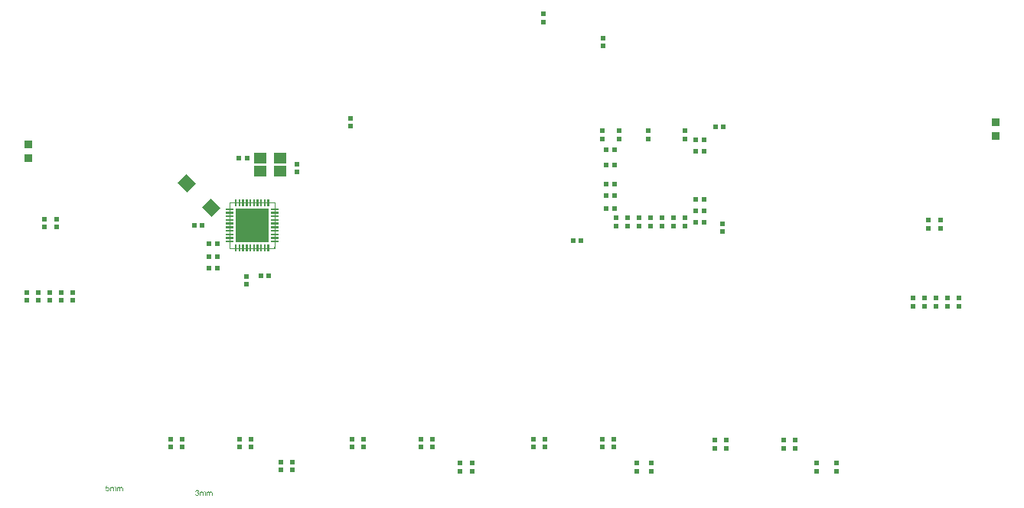
<source format=gbp>
G04*
G04 #@! TF.GenerationSoftware,Altium Limited,Altium Designer,20.0.2 (26)*
G04*
G04 Layer_Color=128*
%FSLAX25Y25*%
%MOIN*%
G70*
G01*
G75*
%ADD20C,0.00200*%
%ADD26R,0.01968X0.02362*%
%ADD27R,0.02362X0.01968*%
%ADD36R,0.05512X0.04724*%
G04:AMPARAMS|DCode=96|XSize=59.06mil|YSize=55.12mil|CornerRadius=0mil|HoleSize=0mil|Usage=FLASHONLY|Rotation=135.000|XOffset=0mil|YOffset=0mil|HoleType=Round|Shape=Rectangle|*
%AMROTATEDRECTD96*
4,1,4,0.04037,-0.00139,0.00139,-0.04037,-0.04037,0.00139,-0.00139,0.04037,0.04037,-0.00139,0.0*
%
%ADD96ROTATEDRECTD96*%

%ADD97R,0.03200X0.03200*%
G36*
X135755Y181843D02*
X135756D01*
Y180268D01*
X135755D01*
Y180265D01*
X134968D01*
Y183415D01*
X135755D01*
Y181843D01*
D02*
G37*
G36*
X131031D02*
X131032D01*
Y180268D01*
X131031D01*
Y180265D01*
X130244D01*
Y183415D01*
X131031D01*
Y181843D01*
D02*
G37*
G36*
X140480D02*
Y180268D01*
Y180265D01*
X139693D01*
X139693Y183415D01*
X140480D01*
Y181843D01*
D02*
G37*
G36*
X138905D02*
X138906D01*
Y180268D01*
X138905D01*
Y180265D01*
X138118D01*
Y183415D01*
X138905D01*
Y181843D01*
D02*
G37*
G36*
X137330D02*
X137331D01*
Y180268D01*
X137330D01*
Y180265D01*
X136543D01*
Y183415D01*
X137330D01*
Y181843D01*
D02*
G37*
G36*
X134180D02*
X134181D01*
Y180268D01*
X134180D01*
Y180265D01*
X133393D01*
Y183415D01*
X134180D01*
Y181843D01*
D02*
G37*
G36*
X132606D02*
X132606D01*
Y180268D01*
X132606D01*
Y180265D01*
X131819D01*
X131819Y183415D01*
X132606D01*
Y181843D01*
D02*
G37*
G36*
X127881D02*
X127882D01*
Y180268D01*
X127881D01*
Y180265D01*
X127094D01*
X127094Y183415D01*
X127881D01*
Y181843D01*
D02*
G37*
G36*
X126306D02*
X126307D01*
Y180268D01*
X126306D01*
Y180265D01*
X125519D01*
Y183415D01*
X126306D01*
Y181843D01*
D02*
G37*
G36*
X129456D02*
X129457D01*
Y180268D01*
X129456D01*
Y180265D01*
X128669Y180265D01*
Y183415D01*
X129456D01*
Y181843D01*
D02*
G37*
G36*
X144415Y178693D02*
X142842D01*
Y178693D01*
X141268D01*
Y178693D01*
X141265D01*
Y179481D01*
X144415Y179481D01*
Y178693D01*
D02*
G37*
G36*
X124735Y179481D02*
Y178693D01*
X124732D01*
Y178693D01*
X123158D01*
Y178693D01*
X121585D01*
Y179481D01*
X124735Y179481D01*
D02*
G37*
G36*
X144415Y177118D02*
X142842D01*
Y177118D01*
X141268D01*
Y177118D01*
X141265D01*
Y177906D01*
X144415D01*
Y177118D01*
D02*
G37*
G36*
X124735D02*
X124732D01*
Y177118D01*
X123158D01*
Y177118D01*
X121585D01*
Y177906D01*
X124735D01*
X124735Y177118D01*
D02*
G37*
G36*
X144415Y175543D02*
X141265D01*
Y176331D01*
X144415D01*
Y175543D01*
D02*
G37*
G36*
X124735D02*
X124732D01*
D01*
X123158D01*
Y175543D01*
X121585D01*
Y176331D01*
X124735D01*
Y175543D01*
D02*
G37*
G36*
X142842Y174756D02*
X144415D01*
Y173968D01*
X141265D01*
Y174756D01*
X141268D01*
Y174756D01*
X142842D01*
Y174756D01*
D02*
G37*
G36*
X124732D02*
X124735D01*
Y173968D01*
X121585D01*
Y174756D01*
X123158D01*
Y174756D01*
X124732D01*
Y174756D01*
D02*
G37*
G36*
X142842Y173181D02*
X144415D01*
Y172393D01*
X141265D01*
Y173181D01*
X141268D01*
Y173181D01*
X142842D01*
Y173181D01*
D02*
G37*
G36*
X124732D02*
X124735D01*
X124735Y172393D01*
X121585D01*
Y173181D01*
X123158D01*
Y173181D01*
X124732D01*
Y173181D01*
D02*
G37*
G36*
X144415Y170819D02*
X142842D01*
Y170819D01*
X141268D01*
Y170819D01*
X141265D01*
Y171607D01*
X144415D01*
Y170819D01*
D02*
G37*
G36*
X124735D02*
X124732D01*
Y170819D01*
X123158D01*
Y170819D01*
X121585D01*
Y171607D01*
X124735D01*
Y170819D01*
D02*
G37*
G36*
X144415Y169244D02*
X142842D01*
Y169244D01*
X141268D01*
Y169244D01*
X141265D01*
Y170032D01*
X144415D01*
Y169244D01*
D02*
G37*
G36*
X124735Y169244D02*
X124732D01*
Y169244D01*
X123158D01*
Y169244D01*
X121585D01*
Y170032D01*
X124735D01*
Y169244D01*
D02*
G37*
G36*
X144415Y167669D02*
X141265D01*
Y168457D01*
X144415D01*
Y167669D01*
D02*
G37*
G36*
X124735D02*
X121585D01*
Y168457D01*
X124735D01*
Y167669D01*
D02*
G37*
G36*
X142842Y166882D02*
X144415D01*
Y166094D01*
X141265D01*
X141265Y166882D01*
X141268D01*
Y166882D01*
X142842D01*
Y166882D01*
D02*
G37*
G36*
X124732D02*
X124735D01*
X124735Y166094D01*
X121585D01*
Y166882D01*
X123158D01*
Y166882D01*
X124732D01*
Y166882D01*
D02*
G37*
G36*
X140284Y164716D02*
X125716D01*
Y179283D01*
X140284D01*
Y164716D01*
D02*
G37*
G36*
X142842Y165307D02*
X144415D01*
Y164519D01*
X141265D01*
X141265Y165307D01*
X141268D01*
Y165307D01*
X142842D01*
Y165307D01*
D02*
G37*
G36*
X124732D02*
X124735D01*
X124735Y164519D01*
X121585D01*
Y165307D01*
X123158D01*
Y165307D01*
X124732D01*
Y165307D01*
D02*
G37*
G36*
X143314Y162353D02*
X143314Y161961D01*
X143176Y161823D01*
X143038Y161685D01*
X142646Y161685D01*
X142370Y161961D01*
X142369Y162353D01*
X142508Y162491D01*
X142646Y162629D01*
X143037Y162629D01*
X143314Y162353D01*
D02*
G37*
G36*
X140481Y160585D02*
X139693D01*
Y162157D01*
X139693D01*
Y163732D01*
X139693D01*
Y163735D01*
X140481D01*
Y160585D01*
D02*
G37*
G36*
X138906Y163732D02*
Y162157D01*
Y160585D01*
X138118D01*
Y162157D01*
X138118D01*
Y163732D01*
X138118D01*
Y163735D01*
X138906D01*
Y163732D01*
D02*
G37*
G36*
X137331D02*
X137331D01*
Y162157D01*
X137331D01*
Y160585D01*
X136543D01*
Y163735D01*
X137331D01*
Y163732D01*
D02*
G37*
G36*
X135755Y163735D02*
Y163732D01*
X135756D01*
Y162157D01*
X135755D01*
Y160585D01*
X134968D01*
Y163735D01*
X135755Y163735D01*
D02*
G37*
G36*
X134181D02*
Y163732D01*
X134181D01*
Y162157D01*
X134181D01*
Y160585D01*
X133393D01*
Y163735D01*
X134181Y163735D01*
D02*
G37*
G36*
X132606Y163732D02*
Y162157D01*
Y160585D01*
X131819D01*
Y162157D01*
D01*
Y163732D01*
X131819D01*
Y163735D01*
X132606D01*
Y163732D01*
D02*
G37*
G36*
X131032Y160585D02*
X130244D01*
Y162157D01*
X130244D01*
Y163732D01*
X130244D01*
Y163735D01*
X131032D01*
Y160585D01*
D02*
G37*
G36*
X129457Y163732D02*
X129457D01*
Y162157D01*
X129457D01*
Y160585D01*
X128669D01*
Y163735D01*
X129457D01*
Y163732D01*
D02*
G37*
G36*
X127882D02*
X127882D01*
Y162157D01*
X127882D01*
Y160585D01*
X127094D01*
Y163735D01*
X127882D01*
Y163732D01*
D02*
G37*
G36*
X126307Y163735D02*
Y163732D01*
X126307D01*
Y162157D01*
X126307D01*
Y160585D01*
X125519D01*
Y163735D01*
X126307Y163735D01*
D02*
G37*
G36*
X76221Y57864D02*
X76247D01*
X76272Y57860D01*
X76334Y57849D01*
X76400Y57831D01*
X76469Y57802D01*
X76538Y57765D01*
X76596Y57714D01*
X76604Y57707D01*
X76618Y57685D01*
X76644Y57653D01*
X76655Y57627D01*
X76669Y57602D01*
X76684Y57569D01*
X76695Y57536D01*
X76709Y57500D01*
X76720Y57456D01*
X76727Y57412D01*
X76735Y57361D01*
X76742Y57310D01*
Y57252D01*
Y56000D01*
X76433D01*
Y57147D01*
Y57150D01*
Y57154D01*
Y57176D01*
Y57209D01*
X76429Y57249D01*
X76425Y57292D01*
X76422Y57336D01*
X76414Y57380D01*
X76403Y57412D01*
Y57416D01*
X76396Y57427D01*
X76389Y57441D01*
X76378Y57460D01*
X76363Y57481D01*
X76345Y57503D01*
X76323Y57525D01*
X76294Y57547D01*
X76291Y57551D01*
X76280Y57554D01*
X76265Y57562D01*
X76240Y57573D01*
X76214Y57583D01*
X76181Y57591D01*
X76149Y57594D01*
X76109Y57598D01*
X76090D01*
X76076Y57594D01*
X76039Y57591D01*
X75996Y57583D01*
X75945Y57565D01*
X75890Y57543D01*
X75836Y57511D01*
X75785Y57467D01*
X75781Y57460D01*
X75766Y57441D01*
X75745Y57412D01*
X75723Y57369D01*
X75697Y57310D01*
X75679Y57241D01*
X75665Y57157D01*
X75657Y57059D01*
Y56000D01*
X75348D01*
Y57183D01*
Y57187D01*
Y57194D01*
Y57201D01*
Y57216D01*
X75344Y57256D01*
X75337Y57300D01*
X75330Y57350D01*
X75315Y57401D01*
X75297Y57449D01*
X75271Y57492D01*
X75268Y57496D01*
X75257Y57511D01*
X75239Y57525D01*
X75213Y57547D01*
X75180Y57565D01*
X75137Y57583D01*
X75086Y57594D01*
X75024Y57598D01*
X75002D01*
X74976Y57594D01*
X74947Y57591D01*
X74911Y57580D01*
X74867Y57569D01*
X74827Y57551D01*
X74784Y57529D01*
X74780Y57525D01*
X74765Y57514D01*
X74747Y57500D01*
X74722Y57478D01*
X74696Y57449D01*
X74671Y57412D01*
X74645Y57372D01*
X74623Y57325D01*
X74620Y57318D01*
X74616Y57300D01*
X74609Y57270D01*
X74598Y57230D01*
X74587Y57176D01*
X74580Y57110D01*
X74576Y57034D01*
X74572Y56946D01*
Y56000D01*
X74263D01*
Y57827D01*
X74540D01*
Y57565D01*
X74543Y57573D01*
X74554Y57587D01*
X74576Y57613D01*
X74602Y57642D01*
X74634Y57678D01*
X74674Y57714D01*
X74718Y57751D01*
X74769Y57784D01*
X74776Y57787D01*
X74795Y57798D01*
X74824Y57809D01*
X74864Y57827D01*
X74911Y57842D01*
X74966Y57853D01*
X75028Y57864D01*
X75093Y57867D01*
X75126D01*
X75166Y57864D01*
X75209Y57856D01*
X75264Y57845D01*
X75319Y57831D01*
X75373Y57809D01*
X75424Y57780D01*
X75432Y57776D01*
X75446Y57765D01*
X75468Y57747D01*
X75497Y57718D01*
X75526Y57685D01*
X75559Y57645D01*
X75588Y57598D01*
X75610Y57543D01*
X75613Y57547D01*
X75621Y57558D01*
X75632Y57573D01*
X75650Y57594D01*
X75672Y57620D01*
X75697Y57645D01*
X75726Y57674D01*
X75763Y57707D01*
X75803Y57736D01*
X75843Y57765D01*
X75890Y57791D01*
X75941Y57816D01*
X75996Y57838D01*
X76054Y57853D01*
X76112Y57864D01*
X76178Y57867D01*
X76203D01*
X76221Y57864D01*
D02*
G37*
G36*
X73288D02*
X73313D01*
X73339Y57860D01*
X73400Y57849D01*
X73466Y57831D01*
X73535Y57802D01*
X73604Y57765D01*
X73663Y57714D01*
X73670Y57707D01*
X73684Y57685D01*
X73710Y57653D01*
X73721Y57627D01*
X73735Y57602D01*
X73750Y57569D01*
X73761Y57536D01*
X73775Y57500D01*
X73786Y57456D01*
X73794Y57412D01*
X73801Y57361D01*
X73808Y57310D01*
Y57252D01*
Y56000D01*
X73499D01*
Y57147D01*
Y57150D01*
Y57154D01*
Y57176D01*
Y57209D01*
X73495Y57249D01*
X73491Y57292D01*
X73488Y57336D01*
X73480Y57380D01*
X73470Y57412D01*
Y57416D01*
X73462Y57427D01*
X73455Y57441D01*
X73444Y57460D01*
X73430Y57481D01*
X73411Y57503D01*
X73390Y57525D01*
X73360Y57547D01*
X73357Y57551D01*
X73346Y57554D01*
X73331Y57562D01*
X73306Y57573D01*
X73280Y57583D01*
X73247Y57591D01*
X73215Y57594D01*
X73175Y57598D01*
X73156D01*
X73142Y57594D01*
X73106Y57591D01*
X73062Y57583D01*
X73011Y57565D01*
X72956Y57543D01*
X72902Y57511D01*
X72851Y57467D01*
X72847Y57460D01*
X72833Y57441D01*
X72811Y57412D01*
X72789Y57369D01*
X72763Y57310D01*
X72745Y57241D01*
X72731Y57157D01*
X72723Y57059D01*
Y56000D01*
X72414D01*
Y57183D01*
Y57187D01*
Y57194D01*
Y57201D01*
Y57216D01*
X72410Y57256D01*
X72403Y57300D01*
X72396Y57350D01*
X72381Y57401D01*
X72363Y57449D01*
X72338Y57492D01*
X72334Y57496D01*
X72323Y57511D01*
X72305Y57525D01*
X72279Y57547D01*
X72246Y57565D01*
X72203Y57583D01*
X72152Y57594D01*
X72090Y57598D01*
X72068D01*
X72043Y57594D01*
X72014Y57591D01*
X71977Y57580D01*
X71934Y57569D01*
X71893Y57551D01*
X71850Y57529D01*
X71846Y57525D01*
X71832Y57514D01*
X71813Y57500D01*
X71788Y57478D01*
X71762Y57449D01*
X71737Y57412D01*
X71711Y57372D01*
X71690Y57325D01*
X71686Y57318D01*
X71682Y57300D01*
X71675Y57270D01*
X71664Y57230D01*
X71653Y57176D01*
X71646Y57110D01*
X71642Y57034D01*
X71639Y56946D01*
Y56000D01*
X71329D01*
Y57827D01*
X71606D01*
Y57565D01*
X71609Y57573D01*
X71620Y57587D01*
X71642Y57613D01*
X71668Y57642D01*
X71701Y57678D01*
X71741Y57714D01*
X71784Y57751D01*
X71835Y57784D01*
X71842Y57787D01*
X71861Y57798D01*
X71890Y57809D01*
X71930Y57827D01*
X71977Y57842D01*
X72032Y57853D01*
X72094Y57864D01*
X72159Y57867D01*
X72192D01*
X72232Y57864D01*
X72276Y57856D01*
X72330Y57845D01*
X72385Y57831D01*
X72439Y57809D01*
X72490Y57780D01*
X72498Y57776D01*
X72512Y57765D01*
X72534Y57747D01*
X72563Y57718D01*
X72592Y57685D01*
X72625Y57645D01*
X72654Y57598D01*
X72676Y57543D01*
X72680Y57547D01*
X72687Y57558D01*
X72698Y57573D01*
X72716Y57594D01*
X72738Y57620D01*
X72763Y57645D01*
X72793Y57674D01*
X72829Y57707D01*
X72869Y57736D01*
X72909Y57765D01*
X72956Y57791D01*
X73007Y57816D01*
X73062Y57838D01*
X73120Y57853D01*
X73178Y57864D01*
X73244Y57867D01*
X73269D01*
X73288Y57864D01*
D02*
G37*
G36*
X70838Y58191D02*
X69830D01*
X69695Y57511D01*
X69699Y57514D01*
X69706Y57518D01*
X69717Y57525D01*
X69735Y57536D01*
X69757Y57547D01*
X69782Y57562D01*
X69841Y57591D01*
X69913Y57620D01*
X69993Y57645D01*
X70081Y57664D01*
X70124Y57671D01*
X70205D01*
X70226Y57667D01*
X70255Y57664D01*
X70288Y57660D01*
X70325Y57653D01*
X70365Y57642D01*
X70452Y57616D01*
X70499Y57598D01*
X70547Y57573D01*
X70594Y57547D01*
X70641Y57518D01*
X70685Y57481D01*
X70729Y57441D01*
X70732Y57438D01*
X70740Y57430D01*
X70750Y57420D01*
X70765Y57401D01*
X70783Y57376D01*
X70801Y57350D01*
X70823Y57318D01*
X70845Y57281D01*
X70863Y57241D01*
X70885Y57198D01*
X70903Y57147D01*
X70922Y57096D01*
X70936Y57041D01*
X70947Y56979D01*
X70954Y56917D01*
X70958Y56852D01*
Y56848D01*
Y56837D01*
Y56819D01*
X70954Y56793D01*
X70951Y56764D01*
X70947Y56732D01*
X70940Y56692D01*
X70933Y56652D01*
X70911Y56557D01*
X70874Y56459D01*
X70852Y56408D01*
X70823Y56360D01*
X70794Y56309D01*
X70758Y56262D01*
X70754Y56258D01*
X70747Y56248D01*
X70732Y56233D01*
X70714Y56215D01*
X70689Y56193D01*
X70660Y56164D01*
X70623Y56138D01*
X70583Y56109D01*
X70539Y56080D01*
X70488Y56055D01*
X70434Y56029D01*
X70376Y56004D01*
X70314Y55985D01*
X70244Y55971D01*
X70172Y55960D01*
X70095Y55956D01*
X70063D01*
X70037Y55960D01*
X70008Y55964D01*
X69975Y55967D01*
X69935Y55971D01*
X69895Y55982D01*
X69804Y56004D01*
X69713Y56036D01*
X69666Y56058D01*
X69618Y56084D01*
X69575Y56113D01*
X69531Y56146D01*
X69527Y56149D01*
X69520Y56153D01*
X69513Y56167D01*
X69498Y56182D01*
X69480Y56200D01*
X69462Y56222D01*
X69440Y56251D01*
X69422Y56284D01*
X69400Y56317D01*
X69378Y56357D01*
X69338Y56444D01*
X69305Y56546D01*
X69295Y56601D01*
X69287Y56659D01*
X69611Y56684D01*
Y56681D01*
Y56673D01*
X69615Y56662D01*
X69618Y56644D01*
X69629Y56604D01*
X69644Y56550D01*
X69666Y56495D01*
X69695Y56433D01*
X69731Y56379D01*
X69775Y56328D01*
X69782Y56324D01*
X69797Y56309D01*
X69826Y56291D01*
X69866Y56269D01*
X69910Y56248D01*
X69964Y56229D01*
X70026Y56215D01*
X70095Y56211D01*
X70117D01*
X70132Y56215D01*
X70175Y56218D01*
X70226Y56233D01*
X70288Y56251D01*
X70350Y56280D01*
X70416Y56324D01*
X70445Y56349D01*
X70474Y56379D01*
X70477Y56382D01*
X70481Y56386D01*
X70488Y56397D01*
X70499Y56408D01*
X70525Y56448D01*
X70554Y56499D01*
X70579Y56561D01*
X70605Y56637D01*
X70623Y56728D01*
X70630Y56775D01*
Y56826D01*
Y56830D01*
Y56837D01*
Y56852D01*
X70627Y56870D01*
Y56892D01*
X70623Y56917D01*
X70612Y56976D01*
X70594Y57045D01*
X70569Y57114D01*
X70532Y57179D01*
X70481Y57241D01*
Y57245D01*
X70474Y57249D01*
X70456Y57267D01*
X70423Y57292D01*
X70379Y57321D01*
X70321Y57347D01*
X70255Y57372D01*
X70179Y57390D01*
X70135Y57398D01*
X70066D01*
X70037Y57394D01*
X70001Y57390D01*
X69957Y57380D01*
X69913Y57369D01*
X69866Y57350D01*
X69819Y57329D01*
X69815Y57325D01*
X69800Y57318D01*
X69779Y57300D01*
X69749Y57281D01*
X69720Y57256D01*
X69691Y57223D01*
X69658Y57190D01*
X69633Y57150D01*
X69342Y57190D01*
X69586Y58486D01*
X70838D01*
Y58191D01*
D02*
G37*
G36*
X115218Y55864D02*
X115243D01*
X115269Y55860D01*
X115331Y55849D01*
X115396Y55831D01*
X115465Y55802D01*
X115534Y55765D01*
X115593Y55714D01*
X115600Y55707D01*
X115614Y55685D01*
X115640Y55653D01*
X115651Y55627D01*
X115665Y55602D01*
X115680Y55569D01*
X115691Y55536D01*
X115706Y55500D01*
X115716Y55456D01*
X115724Y55412D01*
X115731Y55361D01*
X115738Y55310D01*
Y55252D01*
Y54000D01*
X115429D01*
Y55147D01*
Y55150D01*
Y55154D01*
Y55176D01*
Y55208D01*
X115425Y55248D01*
X115422Y55292D01*
X115418Y55336D01*
X115411Y55380D01*
X115400Y55412D01*
Y55416D01*
X115392Y55427D01*
X115385Y55441D01*
X115374Y55460D01*
X115360Y55481D01*
X115341Y55503D01*
X115320Y55525D01*
X115291Y55547D01*
X115287Y55551D01*
X115276Y55554D01*
X115261Y55562D01*
X115236Y55572D01*
X115210Y55583D01*
X115178Y55591D01*
X115145Y55594D01*
X115105Y55598D01*
X115087D01*
X115072Y55594D01*
X115036Y55591D01*
X114992Y55583D01*
X114941Y55565D01*
X114886Y55543D01*
X114832Y55511D01*
X114781Y55467D01*
X114777Y55460D01*
X114763Y55441D01*
X114741Y55412D01*
X114719Y55369D01*
X114694Y55310D01*
X114675Y55241D01*
X114661Y55158D01*
X114654Y55059D01*
Y54000D01*
X114344D01*
Y55183D01*
Y55187D01*
Y55194D01*
Y55201D01*
Y55216D01*
X114340Y55256D01*
X114333Y55300D01*
X114326Y55350D01*
X114311Y55401D01*
X114293Y55449D01*
X114268Y55492D01*
X114264Y55496D01*
X114253Y55511D01*
X114235Y55525D01*
X114209Y55547D01*
X114177Y55565D01*
X114133Y55583D01*
X114082Y55594D01*
X114020Y55598D01*
X113998D01*
X113973Y55594D01*
X113944Y55591D01*
X113907Y55580D01*
X113864Y55569D01*
X113824Y55551D01*
X113780Y55529D01*
X113776Y55525D01*
X113762Y55514D01*
X113744Y55500D01*
X113718Y55478D01*
X113693Y55449D01*
X113667Y55412D01*
X113642Y55372D01*
X113620Y55325D01*
X113616Y55318D01*
X113612Y55300D01*
X113605Y55270D01*
X113594Y55230D01*
X113583Y55176D01*
X113576Y55110D01*
X113573Y55034D01*
X113569Y54946D01*
Y54000D01*
X113259D01*
Y55827D01*
X113536D01*
Y55565D01*
X113540Y55572D01*
X113551Y55587D01*
X113573Y55612D01*
X113598Y55642D01*
X113631Y55678D01*
X113671Y55714D01*
X113714Y55751D01*
X113765Y55784D01*
X113773Y55787D01*
X113791Y55798D01*
X113820Y55809D01*
X113860Y55827D01*
X113907Y55842D01*
X113962Y55853D01*
X114024Y55864D01*
X114089Y55867D01*
X114122D01*
X114162Y55864D01*
X114206Y55856D01*
X114260Y55845D01*
X114315Y55831D01*
X114370Y55809D01*
X114421Y55780D01*
X114428Y55776D01*
X114442Y55765D01*
X114464Y55747D01*
X114493Y55718D01*
X114523Y55685D01*
X114555Y55645D01*
X114584Y55598D01*
X114606Y55543D01*
X114610Y55547D01*
X114617Y55558D01*
X114628Y55572D01*
X114646Y55594D01*
X114668Y55620D01*
X114694Y55645D01*
X114723Y55674D01*
X114759Y55707D01*
X114799Y55736D01*
X114839Y55765D01*
X114886Y55791D01*
X114937Y55816D01*
X114992Y55838D01*
X115050Y55853D01*
X115109Y55864D01*
X115174Y55867D01*
X115200D01*
X115218Y55864D01*
D02*
G37*
G36*
X112284D02*
X112309D01*
X112335Y55860D01*
X112397Y55849D01*
X112462Y55831D01*
X112531Y55802D01*
X112601Y55765D01*
X112659Y55714D01*
X112666Y55707D01*
X112681Y55685D01*
X112706Y55653D01*
X112717Y55627D01*
X112732Y55602D01*
X112746Y55569D01*
X112757Y55536D01*
X112772Y55500D01*
X112783Y55456D01*
X112790Y55412D01*
X112797Y55361D01*
X112804Y55310D01*
Y55252D01*
Y54000D01*
X112495D01*
Y55147D01*
Y55150D01*
Y55154D01*
Y55176D01*
Y55208D01*
X112491Y55248D01*
X112488Y55292D01*
X112484Y55336D01*
X112477Y55380D01*
X112466Y55412D01*
Y55416D01*
X112459Y55427D01*
X112451Y55441D01*
X112440Y55460D01*
X112426Y55481D01*
X112408Y55503D01*
X112386Y55525D01*
X112357Y55547D01*
X112353Y55551D01*
X112342Y55554D01*
X112328Y55562D01*
X112302Y55572D01*
X112277Y55583D01*
X112244Y55591D01*
X112211Y55594D01*
X112171Y55598D01*
X112153D01*
X112138Y55594D01*
X112102Y55591D01*
X112058Y55583D01*
X112007Y55565D01*
X111953Y55543D01*
X111898Y55511D01*
X111847Y55467D01*
X111844Y55460D01*
X111829Y55441D01*
X111807Y55412D01*
X111785Y55369D01*
X111760Y55310D01*
X111742Y55241D01*
X111727Y55158D01*
X111720Y55059D01*
Y54000D01*
X111410D01*
Y55183D01*
Y55187D01*
Y55194D01*
Y55201D01*
Y55216D01*
X111407Y55256D01*
X111399Y55300D01*
X111392Y55350D01*
X111378Y55401D01*
X111359Y55449D01*
X111334Y55492D01*
X111330Y55496D01*
X111319Y55511D01*
X111301Y55525D01*
X111276Y55547D01*
X111243Y55565D01*
X111199Y55583D01*
X111148Y55594D01*
X111086Y55598D01*
X111065D01*
X111039Y55594D01*
X111010Y55591D01*
X110974Y55580D01*
X110930Y55569D01*
X110890Y55551D01*
X110846Y55529D01*
X110843Y55525D01*
X110828Y55514D01*
X110810Y55500D01*
X110784Y55478D01*
X110759Y55449D01*
X110733Y55412D01*
X110708Y55372D01*
X110686Y55325D01*
X110682Y55318D01*
X110679Y55300D01*
X110671Y55270D01*
X110661Y55230D01*
X110650Y55176D01*
X110642Y55110D01*
X110639Y55034D01*
X110635Y54946D01*
Y54000D01*
X110326D01*
Y55827D01*
X110602D01*
Y55565D01*
X110606Y55572D01*
X110617Y55587D01*
X110639Y55612D01*
X110664Y55642D01*
X110697Y55678D01*
X110737Y55714D01*
X110781Y55751D01*
X110832Y55784D01*
X110839Y55787D01*
X110857Y55798D01*
X110886Y55809D01*
X110926Y55827D01*
X110974Y55842D01*
X111028Y55853D01*
X111090Y55864D01*
X111155Y55867D01*
X111188D01*
X111228Y55864D01*
X111272Y55856D01*
X111327Y55845D01*
X111381Y55831D01*
X111436Y55809D01*
X111487Y55780D01*
X111494Y55776D01*
X111509Y55765D01*
X111530Y55747D01*
X111560Y55718D01*
X111589Y55685D01*
X111621Y55645D01*
X111651Y55598D01*
X111672Y55543D01*
X111676Y55547D01*
X111683Y55558D01*
X111694Y55572D01*
X111712Y55594D01*
X111734Y55620D01*
X111760Y55645D01*
X111789Y55674D01*
X111825Y55707D01*
X111865Y55736D01*
X111905Y55765D01*
X111953Y55791D01*
X112004Y55816D01*
X112058Y55838D01*
X112117Y55853D01*
X112175Y55864D01*
X112240Y55867D01*
X112266D01*
X112284Y55864D01*
D02*
G37*
G36*
X109150Y56526D02*
X109197Y56519D01*
X109255Y56508D01*
X109321Y56490D01*
X109387Y56468D01*
X109452Y56439D01*
X109456D01*
X109459Y56435D01*
X109481Y56424D01*
X109514Y56402D01*
X109550Y56377D01*
X109594Y56340D01*
X109638Y56300D01*
X109681Y56253D01*
X109718Y56199D01*
X109721Y56191D01*
X109732Y56173D01*
X109747Y56140D01*
X109765Y56100D01*
X109783Y56053D01*
X109798Y55998D01*
X109809Y55936D01*
X109812Y55875D01*
Y55867D01*
Y55845D01*
X109809Y55816D01*
X109801Y55776D01*
X109791Y55729D01*
X109772Y55678D01*
X109750Y55627D01*
X109721Y55576D01*
X109718Y55569D01*
X109707Y55554D01*
X109685Y55529D01*
X109656Y55500D01*
X109619Y55467D01*
X109576Y55431D01*
X109525Y55398D01*
X109463Y55365D01*
X109467D01*
X109474Y55361D01*
X109485Y55358D01*
X109499Y55354D01*
X109539Y55339D01*
X109590Y55318D01*
X109649Y55289D01*
X109707Y55252D01*
X109761Y55205D01*
X109812Y55150D01*
X109816Y55143D01*
X109831Y55121D01*
X109852Y55085D01*
X109874Y55037D01*
X109896Y54979D01*
X109918Y54910D01*
X109932Y54830D01*
X109936Y54743D01*
Y54739D01*
Y54728D01*
Y54710D01*
X109932Y54688D01*
X109929Y54659D01*
X109922Y54626D01*
X109914Y54590D01*
X109907Y54550D01*
X109878Y54462D01*
X109856Y54415D01*
X109834Y54371D01*
X109805Y54324D01*
X109772Y54277D01*
X109736Y54229D01*
X109692Y54186D01*
X109689Y54182D01*
X109681Y54175D01*
X109667Y54164D01*
X109649Y54149D01*
X109627Y54131D01*
X109598Y54113D01*
X109565Y54091D01*
X109525Y54073D01*
X109485Y54051D01*
X109437Y54029D01*
X109390Y54011D01*
X109335Y53993D01*
X109277Y53978D01*
X109215Y53967D01*
X109153Y53960D01*
X109084Y53956D01*
X109052D01*
X109030Y53960D01*
X109001Y53964D01*
X108968Y53967D01*
X108932Y53974D01*
X108891Y53982D01*
X108804Y54004D01*
X108713Y54040D01*
X108666Y54062D01*
X108622Y54087D01*
X108578Y54120D01*
X108535Y54153D01*
X108531Y54157D01*
X108524Y54164D01*
X108513Y54175D01*
X108502Y54189D01*
X108484Y54207D01*
X108466Y54233D01*
X108444Y54258D01*
X108422Y54291D01*
X108400Y54328D01*
X108378Y54364D01*
X108338Y54451D01*
X108305Y54553D01*
X108294Y54608D01*
X108287Y54666D01*
X108597Y54706D01*
Y54703D01*
X108600Y54695D01*
X108604Y54681D01*
X108607Y54663D01*
X108611Y54641D01*
X108618Y54615D01*
X108637Y54561D01*
X108662Y54495D01*
X108695Y54433D01*
X108731Y54375D01*
X108775Y54324D01*
X108782Y54320D01*
X108797Y54306D01*
X108826Y54288D01*
X108862Y54269D01*
X108906Y54247D01*
X108961Y54229D01*
X109022Y54215D01*
X109088Y54211D01*
X109110D01*
X109124Y54215D01*
X109164Y54218D01*
X109215Y54229D01*
X109274Y54247D01*
X109335Y54273D01*
X109397Y54309D01*
X109456Y54360D01*
X109463Y54368D01*
X109481Y54390D01*
X109503Y54422D01*
X109532Y54466D01*
X109561Y54520D01*
X109583Y54582D01*
X109601Y54655D01*
X109608Y54735D01*
Y54739D01*
Y54746D01*
Y54757D01*
X109605Y54772D01*
X109601Y54812D01*
X109590Y54859D01*
X109576Y54917D01*
X109550Y54975D01*
X109514Y55034D01*
X109467Y55088D01*
X109459Y55096D01*
X109441Y55110D01*
X109412Y55132D01*
X109372Y55158D01*
X109321Y55183D01*
X109259Y55205D01*
X109190Y55219D01*
X109114Y55227D01*
X109081D01*
X109055Y55223D01*
X109022Y55219D01*
X108986Y55212D01*
X108942Y55205D01*
X108895Y55194D01*
X108932Y55467D01*
X108950D01*
X108964Y55463D01*
X109012D01*
X109052Y55471D01*
X109099Y55478D01*
X109153Y55489D01*
X109215Y55507D01*
X109274Y55532D01*
X109335Y55565D01*
X109339D01*
X109343Y55569D01*
X109361Y55583D01*
X109387Y55609D01*
X109416Y55642D01*
X109445Y55689D01*
X109470Y55744D01*
X109488Y55805D01*
X109496Y55842D01*
Y55882D01*
Y55885D01*
Y55889D01*
Y55911D01*
X109488Y55940D01*
X109481Y55980D01*
X109467Y56024D01*
X109448Y56071D01*
X109419Y56119D01*
X109379Y56162D01*
X109376Y56166D01*
X109357Y56180D01*
X109332Y56199D01*
X109299Y56220D01*
X109255Y56239D01*
X109204Y56257D01*
X109146Y56271D01*
X109081Y56275D01*
X109052D01*
X109019Y56268D01*
X108975Y56260D01*
X108928Y56246D01*
X108880Y56228D01*
X108830Y56199D01*
X108782Y56162D01*
X108779Y56159D01*
X108764Y56140D01*
X108742Y56115D01*
X108717Y56078D01*
X108691Y56031D01*
X108666Y55973D01*
X108644Y55904D01*
X108629Y55824D01*
X108320Y55878D01*
Y55882D01*
X108324Y55893D01*
X108327Y55907D01*
X108331Y55929D01*
X108338Y55955D01*
X108349Y55984D01*
X108371Y56053D01*
X108407Y56133D01*
X108451Y56213D01*
X108506Y56290D01*
X108575Y56359D01*
X108578Y56362D01*
X108586Y56366D01*
X108597Y56373D01*
X108611Y56384D01*
X108629Y56399D01*
X108655Y56413D01*
X108680Y56428D01*
X108713Y56446D01*
X108786Y56475D01*
X108870Y56504D01*
X108968Y56523D01*
X109019Y56530D01*
X109110D01*
X109150Y56526D01*
D02*
G37*
D20*
X142842Y162157D02*
Y181843D01*
X123158D02*
X142842D01*
X123158Y162157D02*
Y181843D01*
Y162157D02*
X142842D01*
D26*
X130772Y201500D02*
D03*
X127228D02*
D03*
X140272Y150000D02*
D03*
X136728D02*
D03*
X117772Y164000D02*
D03*
X114228D02*
D03*
X107728Y172000D02*
D03*
X111272D02*
D03*
X334728Y215000D02*
D03*
X338272D02*
D03*
X329772Y183500D02*
D03*
X326228D02*
D03*
X329772Y209500D02*
D03*
X326228D02*
D03*
X287228Y205000D02*
D03*
X290772D02*
D03*
X287228Y185000D02*
D03*
X290772D02*
D03*
X276272Y165500D02*
D03*
X272728D02*
D03*
X329772Y178500D02*
D03*
X326228D02*
D03*
X329772Y173500D02*
D03*
X326228D02*
D03*
X329772Y204500D02*
D03*
X326228D02*
D03*
X287228Y198500D02*
D03*
X290772D02*
D03*
X287228Y190000D02*
D03*
X290772D02*
D03*
X287228Y179500D02*
D03*
X290772D02*
D03*
X114228Y158500D02*
D03*
X117772D02*
D03*
X114228Y153500D02*
D03*
X117772D02*
D03*
D27*
X176500Y75228D02*
D03*
Y78772D02*
D03*
X181500Y75228D02*
D03*
Y78772D02*
D03*
X206500Y75228D02*
D03*
Y78772D02*
D03*
X211500Y75228D02*
D03*
Y78772D02*
D03*
X255500Y75228D02*
D03*
Y78772D02*
D03*
X260500Y75228D02*
D03*
Y78772D02*
D03*
X285500Y75228D02*
D03*
Y78772D02*
D03*
X290500Y75228D02*
D03*
Y78772D02*
D03*
X334500Y74728D02*
D03*
Y78272D02*
D03*
X339500Y74728D02*
D03*
Y78272D02*
D03*
X364500Y74728D02*
D03*
Y78272D02*
D03*
X369500Y74728D02*
D03*
Y78272D02*
D03*
X132500Y75228D02*
D03*
Y78772D02*
D03*
X127500Y75228D02*
D03*
Y78772D02*
D03*
X102500Y75228D02*
D03*
Y78772D02*
D03*
X97500Y75228D02*
D03*
Y78772D02*
D03*
X152500Y195228D02*
D03*
Y198772D02*
D03*
X130500Y149772D02*
D03*
Y146228D02*
D03*
X35000Y142772D02*
D03*
Y139228D02*
D03*
X40000Y142772D02*
D03*
Y139228D02*
D03*
X50000Y142772D02*
D03*
Y139228D02*
D03*
X55000Y142772D02*
D03*
Y139228D02*
D03*
X45000Y142772D02*
D03*
Y139228D02*
D03*
X425713Y140272D02*
D03*
Y136728D02*
D03*
X435713Y140272D02*
D03*
Y136728D02*
D03*
X440713Y140272D02*
D03*
Y136728D02*
D03*
X420713Y140272D02*
D03*
Y136728D02*
D03*
X430713Y140272D02*
D03*
Y136728D02*
D03*
X145500Y68772D02*
D03*
Y65228D02*
D03*
X150500Y68772D02*
D03*
Y65228D02*
D03*
X229000Y68272D02*
D03*
Y64728D02*
D03*
X223500Y68272D02*
D03*
Y64728D02*
D03*
X307000Y68272D02*
D03*
Y64728D02*
D03*
X300500Y68272D02*
D03*
Y64728D02*
D03*
X387500Y68272D02*
D03*
Y64728D02*
D03*
X379000Y68272D02*
D03*
Y64728D02*
D03*
X296500Y171728D02*
D03*
Y175272D02*
D03*
X306500Y171728D02*
D03*
Y175272D02*
D03*
X316500Y171728D02*
D03*
Y175272D02*
D03*
X338000Y169228D02*
D03*
Y172772D02*
D03*
X305500Y213272D02*
D03*
Y209728D02*
D03*
X293000Y213272D02*
D03*
Y209728D02*
D03*
X260000Y260728D02*
D03*
Y264272D02*
D03*
X311500Y171728D02*
D03*
Y175272D02*
D03*
X321500Y171728D02*
D03*
Y175272D02*
D03*
Y213272D02*
D03*
Y209728D02*
D03*
X285500Y213272D02*
D03*
Y209728D02*
D03*
X291500Y171728D02*
D03*
Y175272D02*
D03*
X42500Y171228D02*
D03*
Y174772D02*
D03*
X48000Y171228D02*
D03*
Y174772D02*
D03*
X427500Y170728D02*
D03*
Y174272D02*
D03*
X433000Y170728D02*
D03*
Y174272D02*
D03*
X301500Y171728D02*
D03*
Y175272D02*
D03*
X176000Y215228D02*
D03*
Y218772D02*
D03*
X286000Y253772D02*
D03*
Y250228D02*
D03*
D36*
X145331Y201453D02*
D03*
X136669D02*
D03*
Y195547D02*
D03*
X145331D02*
D03*
D96*
X104685Y190315D02*
D03*
X115315Y179685D02*
D03*
D97*
X457000Y211000D02*
D03*
Y217000D02*
D03*
X35500Y201500D02*
D03*
Y207500D02*
D03*
M02*

</source>
